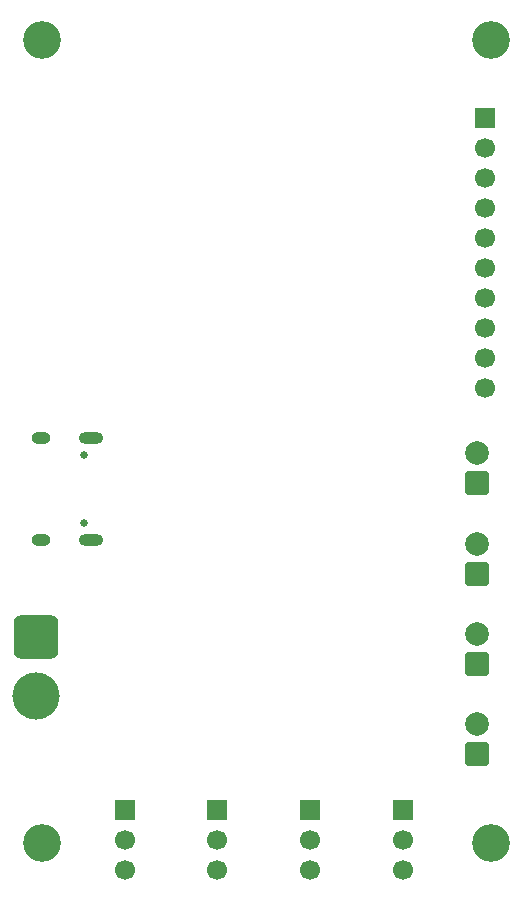
<source format=gbr>
%TF.GenerationSoftware,KiCad,Pcbnew,9.0.6*%
%TF.CreationDate,2025-12-30T19:39:25-08:00*%
%TF.ProjectId,Sigma1,5369676d-6131-42e6-9b69-6361645f7063,rev?*%
%TF.SameCoordinates,Original*%
%TF.FileFunction,Soldermask,Bot*%
%TF.FilePolarity,Negative*%
%FSLAX46Y46*%
G04 Gerber Fmt 4.6, Leading zero omitted, Abs format (unit mm)*
G04 Created by KiCad (PCBNEW 9.0.6) date 2025-12-30 19:39:25*
%MOMM*%
%LPD*%
G01*
G04 APERTURE LIST*
G04 Aperture macros list*
%AMRoundRect*
0 Rectangle with rounded corners*
0 $1 Rounding radius*
0 $2 $3 $4 $5 $6 $7 $8 $9 X,Y pos of 4 corners*
0 Add a 4 corners polygon primitive as box body*
4,1,4,$2,$3,$4,$5,$6,$7,$8,$9,$2,$3,0*
0 Add four circle primitives for the rounded corners*
1,1,$1+$1,$2,$3*
1,1,$1+$1,$4,$5*
1,1,$1+$1,$6,$7*
1,1,$1+$1,$8,$9*
0 Add four rect primitives between the rounded corners*
20,1,$1+$1,$2,$3,$4,$5,0*
20,1,$1+$1,$4,$5,$6,$7,0*
20,1,$1+$1,$6,$7,$8,$9,0*
20,1,$1+$1,$8,$9,$2,$3,0*%
G04 Aperture macros list end*
%ADD10RoundRect,0.250000X0.750000X-0.750000X0.750000X0.750000X-0.750000X0.750000X-0.750000X-0.750000X0*%
%ADD11C,2.000000*%
%ADD12C,3.200000*%
%ADD13RoundRect,0.760000X-1.140000X1.140000X-1.140000X-1.140000X1.140000X-1.140000X1.140000X1.140000X0*%
%ADD14C,4.000000*%
%ADD15R,1.700000X1.700000*%
%ADD16C,1.700000*%
%ADD17C,0.650000*%
%ADD18O,2.100000X1.000000*%
%ADD19O,1.600000X1.000000*%
G04 APERTURE END LIST*
D10*
%TO.C,J11*%
X53800000Y-54520000D03*
D11*
X53800000Y-51980000D03*
%TD*%
D10*
%TO.C,J9*%
X53800000Y-69800000D03*
D11*
X53800000Y-67260000D03*
%TD*%
D12*
%TO.C,H1*%
X17000000Y-17000000D03*
%TD*%
D13*
%TO.C,J1*%
X16500000Y-67500000D03*
D14*
X16500000Y-72500000D03*
%TD*%
D15*
%TO.C,J8*%
X54500000Y-23580000D03*
D16*
X54500000Y-26120000D03*
X54500000Y-28660000D03*
X54500000Y-31200000D03*
X54500000Y-33740000D03*
X54500000Y-36280000D03*
X54500000Y-38820000D03*
X54500000Y-41360000D03*
X54500000Y-43900000D03*
X54500000Y-46440000D03*
%TD*%
D10*
%TO.C,J10*%
X53800000Y-62160000D03*
D11*
X53800000Y-59620000D03*
%TD*%
D15*
%TO.C,J6*%
X47600000Y-82220000D03*
D16*
X47600000Y-84760000D03*
X47600000Y-87300000D03*
%TD*%
D15*
%TO.C,J5*%
X39730000Y-82220000D03*
D16*
X39730000Y-84760000D03*
X39730000Y-87300000D03*
%TD*%
D17*
%TO.C,P1*%
X20600000Y-52110000D03*
X20600000Y-57890000D03*
D18*
X21130000Y-50680000D03*
D19*
X16950000Y-50680000D03*
D18*
X21130000Y-59320000D03*
D19*
X16950000Y-59320000D03*
%TD*%
D12*
%TO.C,H4*%
X55000000Y-85000000D03*
%TD*%
D15*
%TO.C,J3*%
X23990000Y-82220000D03*
D16*
X23990000Y-84760000D03*
X23990000Y-87300000D03*
%TD*%
D10*
%TO.C,J2*%
X53800000Y-77440000D03*
D11*
X53800000Y-74900000D03*
%TD*%
D15*
%TO.C,J4*%
X31860000Y-82220000D03*
D16*
X31860000Y-84760000D03*
X31860000Y-87300000D03*
%TD*%
D12*
%TO.C,H2*%
X55000000Y-17000000D03*
%TD*%
%TO.C,H3*%
X17000000Y-85000000D03*
%TD*%
M02*

</source>
